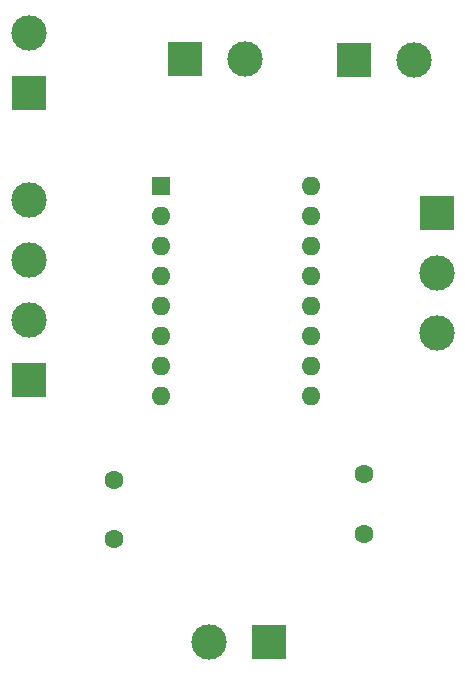
<source format=gbr>
%TF.GenerationSoftware,KiCad,Pcbnew,8.0.5*%
%TF.CreationDate,2025-02-26T19:01:25+01:00*%
%TF.ProjectId,carte 5V,63617274-6520-4355-962e-6b696361645f,rev?*%
%TF.SameCoordinates,Original*%
%TF.FileFunction,Soldermask,Bot*%
%TF.FilePolarity,Negative*%
%FSLAX46Y46*%
G04 Gerber Fmt 4.6, Leading zero omitted, Abs format (unit mm)*
G04 Created by KiCad (PCBNEW 8.0.5) date 2025-02-26 19:01:25*
%MOMM*%
%LPD*%
G01*
G04 APERTURE LIST*
%ADD10R,3.000000X3.000000*%
%ADD11C,3.000000*%
%ADD12O,1.600000X1.600000*%
%ADD13R,1.600000X1.600000*%
%ADD14C,1.600000*%
G04 APERTURE END LIST*
D10*
%TO.C,ToI2C1*%
X185020000Y-59500000D03*
D11*
X190100000Y-59500000D03*
%TD*%
D10*
%TO.C,ToRasp1*%
X157450000Y-62290000D03*
D11*
X157450000Y-57210000D03*
%TD*%
%TO.C,Teensy1*%
X192000000Y-82580000D03*
X192000000Y-77500000D03*
D10*
X192000000Y-72420000D03*
%TD*%
D11*
%TO.C,Moteurs1*%
X157500000Y-71340000D03*
X157500000Y-76420000D03*
X157500000Y-81500000D03*
D10*
X157500000Y-86580000D03*
%TD*%
%TO.C,FromBC5V1*%
X170710000Y-59400000D03*
D11*
X175790000Y-59400000D03*
%TD*%
D12*
%TO.C,Driver1*%
X181360000Y-70110000D03*
X181360000Y-72650000D03*
X181360000Y-75190000D03*
X181360000Y-77730000D03*
X181360000Y-80270000D03*
X181360000Y-82810000D03*
X181360000Y-85350000D03*
X181360000Y-87890000D03*
X168660000Y-87890000D03*
X168660000Y-85350000D03*
X168660000Y-82810000D03*
X168660000Y-80270000D03*
X168660000Y-77730000D03*
X168660000Y-75190000D03*
X168660000Y-72650000D03*
D13*
X168660000Y-70110000D03*
%TD*%
D14*
%TO.C,C2*%
X185800000Y-94550000D03*
X185800000Y-99550000D03*
%TD*%
%TO.C,C1*%
X164650000Y-100010000D03*
X164650000Y-95010000D03*
%TD*%
D11*
%TO.C,12Vin1*%
X172710000Y-108750000D03*
D10*
X177790000Y-108750000D03*
%TD*%
M02*

</source>
